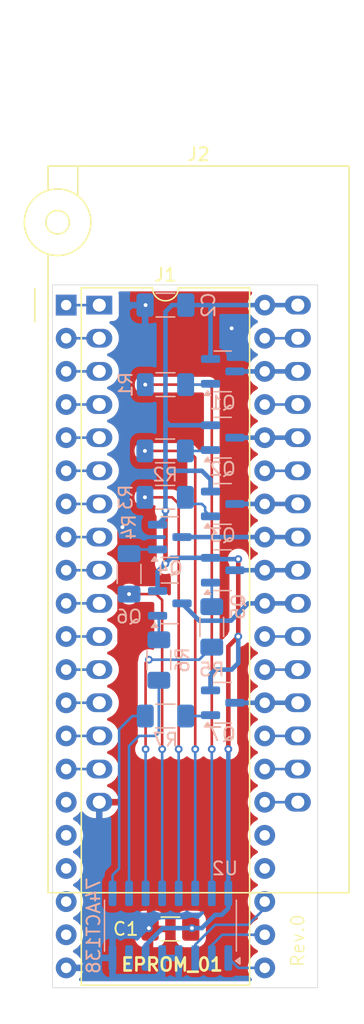
<source format=kicad_pcb>
(kicad_pcb (version 20240108) (generator "pcbnew") (generator_version "8.0")
  (layers (0 "F.Cu" signal) (31 "B.Cu" signal) (34 "B.Paste" user) (35 "F.Paste" user) (36 "B.SilkS" user "B.Silkscreen") (37 "F.SilkS" user "F.Silkscreen") (38 "B.Mask" user) (39 "F.Mask" user) (44 "Edge.Cuts" user))
  (net 0 "")
  (net 1 "GND")
  (net 2 "VCC")
  (net 3 "/ZIF_16")
  (net 4 "/ZIF_36")
  (net 5 "/ZIF_38")
  (net 6 "/ZIF_7")
  (net 7 "/ZIF_29")
  (net 8 "/ZIF_4")
  (net 9 "/ZIF_41")
  (net 10 "/ZIF_2")
  (net 11 "/ZIF_1")
  (net 12 "/ZIF_32")
  (net 13 "/ZIF_25")
  (net 14 "/ZIF_27")
  (net 15 "/ZIF_33")
  (net 16 "/ZIF_24")
  (net 17 "/ZIF_39")
  (net 18 "/ZIF_17")
  (net 19 "/ZIF_37")
  (net 20 "/ZIF_11")
  (net 21 "/ZIF_18")
  (net 22 "/ZIF_28")
  (net 23 "/ZIF_15")
  (net 24 "/ZIF_31")
  (net 25 "/ZIF_23")
  (net 26 "/ZIF_30")
  (net 27 "/ZIF_6")
  (net 28 "/ZIF_34")
  (net 29 "/ZIF_14")
  (net 30 "/ZIF_40")
  (net 31 "/ZIF_35")
  (net 32 "/ZIF_19")
  (net 33 "/ZIF_5")
  (net 34 "/ZIF_12")
  (net 35 "/ZIF_9")
  (net 36 "/ZIF_26")
  (net 37 "/ZIF_20")
  (net 38 "/ZIF_8")
  (net 39 "/ZIF_10")
  (net 40 "/ZIF_22")
  (net 41 "/ZIF_3")
  (net 42 "/ZIF_13")
  (net 43 "Net-(Q1-B)")
  (net 44 "Net-(Q2-B)")
  (net 45 "Net-(Q3-B)")
  (net 46 "Net-(Q4-B)")
  (net 47 "Net-(Q5-B)")
  (net 48 "Net-(Q6-B)")
  (net 49 "Net-(Q7-B)")
  (net 50 "/~{PWR_0}")
  (net 51 "/~{PWR_1}")
  (net 52 "/~{PWR_2}")
  (net 53 "/~{PWR_3}")
  (net 54 "/~{PWR_4}")
  (net 55 "/~{PWR_5}")
  (net 56 "/~{PWR_6}")
  (footprint "Package_DIP:DIP-42_W15.24mm" (layer "F.Cu") (at 147.32 49.022)
    (property "Reference" "J1" (at 7.62 -2.33 0) (layer "F.SilkS"))
    (property "Value" "dupico")
    (fp_line (start 1.16 -1.33) (end 1.16 52.13) (stroke (width 0.12)) (layer "F.SilkS"))
    (fp_line (start 1.16 52.13) (end 14.08 52.13) (stroke (width 0.12)) (layer "F.SilkS"))
    (fp_line (start 6.62 -1.33) (end 1.16 -1.33) (stroke (width 0.12)) (layer "F.SilkS"))
    (fp_line (start 14.08 -1.33) (end 8.62 -1.33) (stroke (width 0.12)) (layer "F.SilkS"))
    (fp_line (start 14.08 52.13) (end 14.08 -1.33) (stroke (width 0.12)) (layer "F.SilkS"))
    (fp_arc (start 8.62 -1.33) (mid 7.62 -0.33) (end 6.62 -1.33) (stroke (width 0.12)) (layer "F.SilkS"))
    (pad "1" thru_hole rect (at 0 0) (size 1.6 1.6) (drill 0.8) (layers "*.Cu" "*.Mask") (net 11 "/ZIF_1"))
    (pad "2" thru_hole oval (at 0 2.54) (size 1.6 1.6) (drill 0.8) (layers "*.Cu" "*.Mask") (net 10 "/ZIF_2"))
    (pad "3" thru_hole oval (at 0 5.08) (size 1.6 1.6) (drill 0.8) (layers "*.Cu" "*.Mask") (net 41 "/ZIF_3"))
    (pad "4" thru_hole oval (at 0 7.62) (size 1.6 1.6) (drill 0.8) (layers "*.Cu" "*.Mask") (net 8 "/ZIF_4"))
    (pad "5" thru_hole oval (at 0 10.16) (size 1.6 1.6) (drill 0.8) (layers "*.Cu" "*.Mask") (net 33 "/ZIF_5"))
    (pad "6" thru_hole oval (at 0 12.7) (size 1.6 1.6) (drill 0.8) (layers "*.Cu" "*.Mask") (net 27 "/ZIF_6"))
    (pad "7" thru_hole oval (at 0 15.24) (size 1.6 1.6) (drill 0.8) (layers "*.Cu" "*.Mask") (net 6 "/ZIF_7"))
    (pad "8" thru_hole oval (at 0 17.78) (size 1.6 1.6) (drill 0.8) (layers "*.Cu" "*.Mask") (net 38 "/ZIF_8"))
    (pad "9" thru_hole oval (at 0 20.32) (size 1.6 1.6) (drill 0.8) (layers "*.Cu" "*.Mask") (net 35 "/ZIF_9"))
    (pad "10" thru_hole oval (at 0 22.86) (size 1.6 1.6) (drill 0.8) (layers "*.Cu" "*.Mask") (net 39 "/ZIF_10"))
    (pad "11" thru_hole oval (at 0 25.4) (size 1.6 1.6) (drill 0.8) (layers "*.Cu" "*.Mask") (net 20 "/ZIF_11"))
    (pad "12" thru_hole oval (at 0 27.94) (size 1.6 1.6) (drill 0.8) (layers "*.Cu" "*.Mask") (net 34 "/ZIF_12"))
    (pad "13" thru_hole oval (at 0 30.48) (size 1.6 1.6) (drill 0.8) (layers "*.Cu" "*.Mask") (net 42 "/ZIF_13"))
    (pad "14" thru_hole oval (at 0 33.02) (size 1.6 1.6) (drill 0.8) (layers "*.Cu" "*.Mask") (net 29 "/ZIF_14"))
    (pad "15" thru_hole oval (at 0 35.56) (size 1.6 1.6) (drill 0.8) (layers "*.Cu" "*.Mask") (net 23 "/ZIF_15"))
    (pad "16" thru_hole oval (at 0 38.1) (size 1.6 1.6) (drill 0.8) (layers "*.Cu" "*.Mask") (net 3 "/ZIF_16"))
    (pad "17" thru_hole oval (at 0 40.64) (size 1.6 1.6) (drill 0.8) (layers "*.Cu" "*.Mask") (net 18 "/ZIF_17"))
    (pad "18" thru_hole oval (at 0 43.18) (size 1.6 1.6) (drill 0.8) (layers "*.Cu" "*.Mask") (net 21 "/ZIF_18"))
    (pad "19" thru_hole oval (at 0 45.72) (size 1.6 1.6) (drill 0.8) (layers "*.Cu" "*.Mask") (net 32 "/ZIF_19"))
    (pad "20" thru_hole oval (at 0 48.26) (size 1.6 1.6) (drill 0.8) (layers "*.Cu" "*.Mask") (net 37 "/ZIF_20"))
    (pad "21" thru_hole oval (at 0 50.8) (size 1.6 1.6) (drill 0.8) (layers "*.Cu" "*.Mask") (net 1 "GND"))
    (pad "22" thru_hole oval (at 15.24 50.8) (size 1.6 1.6) (drill 0.8) (layers "*.Cu" "*.Mask") (net 40 "/ZIF_22"))
    (pad "23" thru_hole oval (at 15.24 48.26) (size 1.6 1.6) (drill 0.8) (layers "*.Cu" "*.Mask") (net 25 "/ZIF_23"))
    (pad "24" thru_hole oval (at 15.24 45.72) (size 1.6 1.6) (drill 0.8) (layers "*.Cu" "*.Mask") (net 16 "/ZIF_24"))
    (pad "25" thru_hole oval (at 15.24 43.18) (size 1.6 1.6) (drill 0.8) (layers "*.Cu" "*.Mask") (net 13 "/ZIF_25"))
    (pad "26" thru_hole oval (at 15.24 40.64) (size 1.6 1.6) (drill 0.8) (layers "*.Cu" "*.Mask") (net 36 "/ZIF_26"))
    (pad "27" thru_hole oval (at 15.24 38.1) (size 1.6 1.6) (drill 0.8) (layers "*.Cu" "*.Mask") (net 14 "/ZIF_27"))
    (pad "28" thru_hole oval (at 15.24 35.56) (size 1.6 1.6) (drill 0.8) (layers "*.Cu" "*.Mask") (net 22 "/ZIF_28"))
    (pad "29" thru_hole oval (at 15.24 33.02) (size 1.6 1.6) (drill 0.8) (layers "*.Cu" "*.Mask") (net 7 "/ZIF_29"))
    (pad "30" thru_hole oval (at 15.24 30.48) (size 1.6 1.6) (drill 0.8) (layers "*.Cu" "*.Mask") (net 26 "/ZIF_30"))
    (pad "31" thru_hole oval (at 15.24 27.94) (size 1.6 1.6) (drill 0.8) (layers "*.Cu" "*.Mask") (net 24 "/ZIF_31"))
    (pad "32" thru_hole oval (at 15.24 25.4) (size 1.6 1.6) (drill 0.8) (layers "*.Cu" "*.Mask") (net 12 "/ZIF_32"))
    (pad "33" thru_hole oval (at 15.24 22.86) (size 1.6 1.6) (drill 0.8) (layers "*.Cu" "*.Mask") (net 15 "/ZIF_33"))
    (pad "34" thru_hole oval (at 15.24 20.32) (size 1.6 1.6) (drill 0.8) (layers "*.Cu" "*.Mask") (net 28 "/ZIF_34"))
    (pad "35" thru_hole oval (at 15.24 17.78) (size 1.6 1.6) (drill 0.8) (layers "*.Cu" "*.Mask") (net 31 "/ZIF_35"))
    (pad "36" thru_hole oval (at 15.24 15.24) (size 1.6 1.6) (drill 0.8) (layers "*.Cu" "*.Mask") (net 4 "/ZIF_36"))
    (pad "37" thru_hole oval (at 15.24 12.7) (size 1.6 1.6) (drill 0.8) (layers "*.Cu" "*.Mask") (net 19 "/ZIF_37"))
    (pad "38" thru_hole oval (at 15.24 10.16) (size 1.6 1.6) (drill 0.8) (layers "*.Cu" "*.Mask") (net 5 "/ZIF_38"))
    (pad "39" thru_hole oval (at 15.24 7.62) (size 1.6 1.6) (drill 0.8) (layers "*.Cu" "*.Mask") (net 17 "/ZIF_39"))
    (pad "40" thru_hole oval (at 15.24 5.08) (size 1.6 1.6) (drill 0.8) (layers "*.Cu" "*.Mask") (net 30 "/ZIF_40"))
    (pad "41" thru_hole oval (at 15.24 2.54) (size 1.6 1.6) (drill 0.8) (layers "*.Cu" "*.Mask") (net 9 "/ZIF_41"))
    (pad "42" thru_hole oval (at 15.24 0) (size 1.6 1.6) (drill 0.8) (layers "*.Cu" "*.Mask") (net 2 "VCC"))
  )
  (footprint "Socket:DIP_Socket-32_W11.9_W12.7_W15.24_W17.78_W18.5_3M_232-1285-00-0602J" (layer "F.Cu") (at 149.86 49.022)
    (property "Reference" "J2" (at 7.62 -11.56 0) (layer "F.SilkS"))
    (property "Value" "ROM Socket")
    (fp_line (start -4.95 1.27) (end -4.95 -1.27) (stroke (width 0.12)) (layer "F.SilkS"))
    (fp_line (start -3.93 -10.66) (end -3.93 -8.8) (stroke (width 0.12)) (layer "F.SilkS"))
    (fp_line (start -3.93 -3.9) (end -3.93 45.04) (stroke (width 0.12)) (layer "F.SilkS"))
    (fp_line (start -3.93 45.04) (end 19.17 45.04) (stroke (width 0.12)) (layer "F.SilkS"))
    (fp_line (start -1.65 -10.66) (end -1.65 -8.4) (stroke (width 0.12)) (layer "F.SilkS"))
    (fp_line (start 19.17 -10.66) (end -3.93 -10.66) (stroke (width 0.12)) (layer "F.SilkS"))
    (fp_line (start 19.17 45.04) (end 19.17 -10.66) (stroke (width 0.12)) (layer "F.SilkS"))
    (fp_circle (center -3.2 -6.35) (end -2.3 -6.35) (stroke (width 0.12)) (fill none) (layer "F.SilkS"))
    (fp_circle (center -3.2 -6.35) (end -0.65 -6.35) (stroke (width 0.12)) (fill none) (layer "F.SilkS"))
    (pad "1" thru_hole rect (at 0 0) (size 2 1.44) (drill 1) (layers "*.Cu" "*.Mask") (net 11 "/ZIF_1"))
    (pad "2" thru_hole oval (at 0 2.54) (size 2 1.44) (drill 1) (layers "*.Cu" "*.Mask") (net 10 "/ZIF_2"))
    (pad "3" thru_hole oval (at 0 5.08) (size 2 1.44) (drill 1) (layers "*.Cu" "*.Mask") (net 41 "/ZIF_3"))
    (pad "4" thru_hole oval (at 0 7.62) (size 2 1.44) (drill 1) (layers "*.Cu" "*.Mask") (net 8 "/ZIF_4"))
    (pad "5" thru_hole oval (at 0 10.16) (size 2 1.44) (drill 1) (layers "*.Cu" "*.Mask") (net 33 "/ZIF_5"))
    (pad "6" thru_hole oval (at 0 12.7) (size 2 1.44) (drill 1) (layers "*.Cu" "*.Mask") (net 27 "/ZIF_6"))
    (pad "7" thru_hole oval (at 0 15.24) (size 2 1.44) (drill 1) (layers "*.Cu" "*.Mask") (net 6 "/ZIF_7"))
    (pad "8" thru_hole oval (at 0 17.78) (size 2 1.44) (drill 1) (layers "*.Cu" "*.Mask") (net 38 "/ZIF_8"))
    (pad "9" thru_hole oval (at 0 20.32) (size 2 1.44) (drill 1) (layers "*.Cu" "*.Mask") (net 35 "/ZIF_9"))
    (pad "10" thru_hole oval (at 0 22.86) (size 2 1.44) (drill 1) (layers "*.Cu" "*.Mask") (net 39 "/ZIF_10"))
    (pad "11" thru_hole oval (at 0 25.4) (size 2 1.44) (drill 1) (layers "*.Cu" "*.Mask") (net 20 "/ZIF_11"))
    (pad "12" thru_hole oval (at 0 27.94) (size 2 1.44) (drill 1) (layers "*.Cu" "*.Mask") (net 34 "/ZIF_12"))
    (pad "13" thru_hole oval (at 0 30.48) (size 2 1.44) (drill 1) (layers "*.Cu" "*.Mask") (net 42 "/ZIF_13"))
    (pad "14" thru_hole oval (at 0 33.02) (size 2 1.44) (drill 1) (layers "*.Cu" "*.Mask") (net 29 "/ZIF_14"))
    (pad "15" thru_hole oval (at 0 35.56) (size 2 1.44) (drill 1) (layers "*.Cu" "*.Mask") (net 23 "/ZIF_15"))
    (pad "16" thru_hole oval (at 0 38.1) (size 2 1.44) (drill 1) (layers "*.Cu" "*.Mask") (net 1 "GND"))
    (pad "17" thru_hole oval (at 15.24 38.1) (size 2 1.44) (drill 1) (layers "*.Cu" "*.Mask") (net 14 "/ZIF_27"))
    (pad "18" thru_hole oval (at 15.24 35.56) (size 2 1.44) (drill 1) (layers "*.Cu" "*.Mask") (net 22 "/ZIF_28"))
    (pad "19" thru_hole oval (at 15.24 33.02) (size 2 1.44) (drill 1) (layers "*.Cu" "*.Mask") (net 7 "/ZIF_29"))
    (pad "20" thru_hole oval (at 15.24 30.48) (size 2 1.44) (drill 1) (layers "*.Cu" "*.Mask") (net 26 "/ZIF_30"))
    (pad "21" thru_hole oval (at 15.24 27.94) (size 2 1.44) (drill 1) (layers "*.Cu" "*.Mask") (net 24 "/ZIF_31"))
    (pad "22" thru_hole oval (at 15.24 25.4) (size 2 1.44) (drill 1) (layers "*.Cu" "*.Mask") (net 12 "/ZIF_32"))
    (pad "23" thru_hole oval (at 15.24 22.86) (size 2 1.44) (drill 1) (layers "*.Cu" "*.Mask") (net 15 "/ZIF_33"))
    (pad "24" thru_hole oval (at 15.24 20.32) (size 2 1.44) (drill 1) (layers "*.Cu" "*.Mask") (net 28 "/ZIF_34"))
    (pad "25" thru_hole oval (at 15.24 17.78) (size 2 1.44) (drill 1) (layers "*.Cu" "*.Mask") (net 31 "/ZIF_35"))
    (pad "26" thru_hole oval (at 15.24 15.24) (size 2 1.44) (drill 1) (layers "*.Cu" "*.Mask") (net 4 "/ZIF_36"))
    (pad "27" thru_hole oval (at 15.24 12.7) (size 2 1.44) (drill 1) (layers "*.Cu" "*.Mask") (net 19 "/ZIF_37"))
    (pad "28" thru_hole oval (at 15.24 10.16) (size 2 1.44) (drill 1) (layers "*.Cu" "*.Mask") (net 5 "/ZIF_38"))
    (pad "29" thru_hole oval (at 15.24 7.62) (size 2 1.44) (drill 1) (layers "*.Cu" "*.Mask") (net 17 "/ZIF_39"))
    (pad "30" thru_hole oval (at 15.24 5.08) (size 2 1.44) (drill 1) (layers "*.Cu" "*.Mask") (net 30 "/ZIF_40"))
    (pad "31" thru_hole oval (at 15.24 2.54) (size 2 1.44) (drill 1) (layers "*.Cu" "*.Mask") (net 9 "/ZIF_41"))
    (pad "32" thru_hole oval (at 15.24 0) (size 2 1.44) (drill 1) (layers "*.Cu" "*.Mask") (net 2 "VCC"))
  )
  (footprint "Capacitor_SMD:C_1206_3216Metric_Pad1.33x1.80mm_HandSolder" (layer "F.Cu") (at 155.321 96.839 180)
    (property "Reference" "C1" (at 3.429 0 180) (layer "F.SilkS"))
    (property "Value" "100nF")
    (fp_line (start -0.711252 0.91) (end 0.711252 0.91) (stroke (width 0.12)) (layer "F.SilkS"))
    (fp_line (start -0.711252 -0.91) (end 0.711252 -0.91) (stroke (width 0.12)) (layer "F.SilkS"))
    (pad "1" smd roundrect (at -1.5625 0 180) (size 1.325 1.8) (layers "F.Cu" "F.Paste" "F.Mask") (roundrect_rratio 0.188679) (net 2 "VCC"))
    (pad "2" smd roundrect (at 1.5625 0 180) (size 1.325 1.8) (layers "F.Cu" "F.Paste" "F.Mask") (roundrect_rratio 0.188679) (net 1 "GND"))
  )
  (footprint "Resistor_SMD:R_1206_3216Metric_Pad1.30x1.75mm_HandSolder" (layer "B.Cu") (at 154.432 76.226 90)
    (property "Reference" "R6" (at 0 1.82 90) (layer "B.SilkS") (effects (justify mirror)))
    (property "Value" "1k")
    (fp_line (start 0.727064 -0.91) (end -0.727064 -0.91) (stroke (width 0.12)) (layer "B.SilkS"))
    (fp_line (start 0.727064 0.91) (end -0.727064 0.91) (stroke (width 0.12)) (layer "B.SilkS"))
    (pad "1" smd roundrect (at -1.55 0 90) (size 1.3 1.75) (layers "B.Cu" "B.Paste" "B.Mask") (roundrect_rratio 0.192308) (net 55 "/~{PWR_5}"))
    (pad "2" smd roundrect (at 1.55 0 90) (size 1.3 1.75) (layers "B.Cu" "B.Paste" "B.Mask") (roundrect_rratio 0.192308) (net 48 "Net-(Q6-B)"))
  )
  (footprint "Resistor_SMD:R_1206_3216Metric_Pad1.30x1.75mm_HandSolder" (layer "B.Cu") (at 158.496 73.686 90)
    (property "Reference" "R5" (at -3.276 0 180) (layer "B.SilkS") (effects (justify mirror)))
    (property "Value" "1k")
    (fp_line (start 0.727064 -0.91) (end -0.727064 -0.91) (stroke (width 0.12)) (layer "B.SilkS"))
    (fp_line (start 0.727064 0.91) (end -0.727064 0.91) (stroke (width 0.12)) (layer "B.SilkS"))
    (pad "1" smd roundrect (at -1.55 0 90) (size 1.3 1.75) (layers "B.Cu" "B.Paste" "B.Mask") (roundrect_rratio 0.192308) (net 54 "/~{PWR_4}"))
    (pad "2" smd roundrect (at 1.55 0 90) (size 1.3 1.75) (layers "B.Cu" "B.Paste" "B.Mask") (roundrect_rratio 0.192308) (net 47 "Net-(Q5-B)"))
  )
  (footprint "Package_TO_SOT_SMD:SOT-23" (layer "B.Cu") (at 155.2725 71.882)
    (property "Reference" "Q6" (at -3.1265 1.016 360) (layer "B.SilkS") (effects (justify mirror)))
    (property "Value" "MMBT3906")
    (fp_line (start -0.65 -1.56) (end 0 -1.56) (stroke (width 0.12)) (layer "B.SilkS"))
    (fp_line (start -0.65 1.56) (end 0 1.56) (stroke (width 0.12)) (layer "B.SilkS"))
    (fp_line (start 0.65 -1.56) (end 0 -1.56) (stroke (width 0.12)) (layer "B.SilkS"))
    (fp_line (start 0.65 1.56) (end 0 1.56) (stroke (width 0.12)) (layer "B.SilkS"))
    (fp_poly (pts (xy -1.1625 1.51) (xy -1.4025 1.84) (xy -0.9225 1.84) (xy -1.1625 1.51)) (stroke (width 0.12)) (fill solid) (layer "B.SilkS"))
    (pad "1" smd roundrect (at -0.9375 0.95) (size 1.475 0.6) (layers "B.Cu" "B.Paste" "B.Mask") (net 48 "Net-(Q6-B)"))
    (pad "2" smd roundrect (at -0.9375 -0.95) (size 1.475 0.6) (layers "B.Cu" "B.Paste" "B.Mask") (net 2 "VCC"))
    (pad "3" smd roundrect (at 0.9375 0) (size 1.475 0.6) (layers "B.Cu" "B.Paste" "B.Mask") (net 15 "/ZIF_33"))
  )
  (footprint "Resistor_SMD:R_1206_3216Metric_Pad1.30x1.75mm_HandSolder" (layer "B.Cu") (at 154.94 55.118)
    (property "Reference" "R1" (at -3.048 0 90) (layer "B.SilkS") (effects (justify mirror)))
    (property "Value" "1k" (hide yes))
    (fp_line (start 0.727064 -0.91) (end -0.727064 -0.91) (stroke (width 0.12)) (layer "B.SilkS"))
    (fp_line (start 0.727064 0.91) (end -0.727064 0.91) (stroke (width 0.12)) (layer "B.SilkS"))
    (pad "1" smd roundrect (at -1.55 0) (size 1.3 1.75) (layers "B.Cu" "B.Paste" "B.Mask") (roundrect_rratio 0.192308) (net 50 "/~{PWR_0}"))
    (pad "2" smd roundrect (at 1.55 0) (size 1.3 1.75) (layers "B.Cu" "B.Paste" "B.Mask") (roundrect_rratio 0.192308) (net 43 "Net-(Q1-B)"))
  )
  (footprint "Package_TO_SOT_SMD:SOT-23" (layer "B.Cu") (at 159.3365 54.102)
    (property "Reference" "Q1" (at 0 2.4 360) (layer "B.SilkS") (effects (justify mirror)))
    (property "Value" "MMBT3906")
    (fp_line (start -0.65 -1.56) (end 0 -1.56) (stroke (width 0.12)) (layer "B.SilkS"))
    (fp_line (start -0.65 1.56) (end 0 1.56) (stroke (width 0.12)) (layer "B.SilkS"))
    (fp_line (start 0.65 -1.56) (end 0 -1.56) (stroke (width 0.12)) (layer "B.SilkS"))
    (fp_line (start 0.65 1.56) (end 0 1.56) (stroke (width 0.12)) (layer "B.SilkS"))
    (fp_poly (pts (xy -1.1625 1.51) (xy -1.4025 1.84) (xy -0.9225 1.84) (xy -1.1625 1.51)) (stroke (width 0.12)) (fill solid) (layer "B.SilkS"))
    (pad "1" smd roundrect (at -0.9375 0.95) (size 1.475 0.6) (layers "B.Cu" "B.Paste" "B.Mask") (net 43 "Net-(Q1-B)"))
    (pad "2" smd roundrect (at -0.9375 -0.95) (size 1.475 0.6) (layers "B.Cu" "B.Paste" "B.Mask") (net 2 "VCC"))
    (pad "3" smd roundrect (at 0.9375 0) (size 1.475 0.6) (layers "B.Cu" "B.Paste" "B.Mask") (net 30 "/ZIF_40"))
  )
  (footprint "Resistor_SMD:R_1206_3216Metric_Pad1.30x1.75mm_HandSolder" (layer "B.Cu") (at 152.146 69.622 90)
    (property "Reference" "R4" (at 3.582 0 90) (layer "B.SilkS") (effects (justify mirror)))
    (property "Value" "1k")
    (fp_line (start 0.727064 -0.91) (end -0.727064 -0.91) (stroke (width 0.12)) (layer "B.SilkS"))
    (fp_line (start 0.727064 0.91) (end -0.727064 0.91) (stroke (width 0.12)) (layer "B.SilkS"))
    (pad "1" smd roundrect (at -1.55 0 90) (size 1.3 1.75) (layers "B.Cu" "B.Paste" "B.Mask") (roundrect_rratio 0.192308) (net 53 "/~{PWR_3}"))
    (pad "2" smd roundrect (at 1.55 0 90) (size 1.3 1.75) (layers "B.Cu" "B.Paste" "B.Mask") (roundrect_rratio 0.192308) (net 46 "Net-(Q4-B)"))
  )
  (footprint "Package_SO:SOIC-16_3.9x9.9mm_P1.27mm" (layer "B.Cu") (at 155.321 96.585 90)
    (property "Reference" "U2" (at 4.383 4.191 180) (layer "B.SilkS") (effects (justify mirror)))
    (property "Value" "74ACT138" (at 0 -5.9 90) (layer "B.SilkS") (effects (justify mirror)))
    (fp_line (start 1.95 -5.06) (end 0 -5.06) (stroke (width 0.12)) (layer "B.SilkS"))
    (fp_line (start -1.95 -5.06) (end 0 -5.06) (stroke (width 0.12)) (layer "B.SilkS"))
    (fp_line (start 1.95 5.06) (end 0 5.06) (stroke (width 0.12)) (layer "B.SilkS"))
    (fp_line (start -1.95 5.06) (end 0 5.06) (stroke (width 0.12)) (layer "B.SilkS"))
    (fp_poly (pts (xy -2.7 5.005) (xy -2.94 5.335) (xy -2.46 5.335) (xy -2.7 5.005)) (stroke (width 0.12)) (fill solid) (layer "B.SilkS"))
    (pad "1" smd roundrect (at -2.475 4.445 90) (size 1.95 0.6) (layers "B.Cu" "B.Paste" "B.Mask") (net 40 "/ZIF_22"))
    (pad "2" smd roundrect (at -2.475 3.175 90) (size 1.95 0.6) (layers "B.Cu" "B.Paste" "B.Mask") (net 25 "/ZIF_23"))
    (pad "3" smd roundrect (at -2.475 1.905 90) (size 1.95 0.6) (layers "B.Cu" "B.Paste" "B.Mask") (net 16 "/ZIF_24"))
    (pad "4" smd roundrect (at -2.475 0.635 90) (size 1.95 0.6) (layers "B.Cu" "B.Paste" "B.Mask") (net 1 "GND"))
    (pad "5" smd roundrect (at -2.475 -0.635 90) (size 1.95 0.6) (layers "B.Cu" "B.Paste" "B.Mask") (net 1 "GND"))
    (pad "6" smd roundrect (at -2.475 -1.905 90) (size 1.95 0.6) (layers "B.Cu" "B.Paste" "B.Mask") (net 2 "VCC"))
    (pad "7" smd roundrect (at -2.475 -3.175 90) (size 1.95 0.6) (layers "B.Cu" "B.Paste" "B.Mask"))
    (pad "8" smd roundrect (at -2.475 -4.445 90) (size 1.95 0.6) (layers "B.Cu" "B.Paste" "B.Mask") (net 1 "GND"))
    (pad "9" smd roundrect (at 2.475 -4.445 90) (size 1.95 0.6) (layers "B.Cu" "B.Paste" "B.Mask") (net 56 "/~{PWR_6}"))
    (pad "10" smd roundrect (at 2.475 -3.175 90) (size 1.95 0.6) (layers "B.Cu" "B.Paste" "B.Mask") (net 55 "/~{PWR_5}"))
    (pad "11" smd roundrect (at 2.475 -1.905 90) (size 1.95 0.6) (layers "B.Cu" "B.Paste" "B.Mask") (net 54 "/~{PWR_4}"))
    (pad "12" smd roundrect (at 2.475 -0.635 90) (size 1.95 0.6) (layers "B.Cu" "B.Paste" "B.Mask") (net 53 "/~{PWR_3}"))
    (pad "13" smd roundrect (at 2.475 0.635 90) (size 1.95 0.6) (layers "B.Cu" "B.Paste" "B.Mask") (net 52 "/~{PWR_2}"))
    (pad "14" smd roundrect (at 2.475 1.905 90) (size 1.95 0.6) (layers "B.Cu" "B.Paste" "B.Mask") (net 51 "/~{PWR_1}"))
    (pad "15" smd roundrect (at 2.475 3.175 90) (size 1.95 0.6) (layers "B.Cu" "B.Paste" "B.Mask") (net 50 "/~{PWR_0}"))
    (pad "16" smd roundrect (at 2.475 4.445 90) (size 1.95 0.6) (layers "B.Cu" "B.Paste" "B.Mask") (net 2 "VCC"))
  )
  (footprint "Package_TO_SOT_SMD:SOT-23" (layer "B.Cu") (at 159.3365 79.502)
    (property "Reference" "Q7" (at 0 2.4 360) (layer "B.SilkS") (effects (justify mirror)))
    (property "Value" "MMBT3906")
    (fp_line (start -0.65 -1.56) (end 0 -1.56) (stroke (width 0.12)) (layer "B.SilkS"))
    (fp_line (start -0.65 1.56) (end 0 1.56) (stroke (width 0.12)) (layer "B.SilkS"))
    (fp_line (start 0.65 -1.56) (end 0 -1.56) (stroke (width 0.12)) (layer "B.SilkS"))
    (fp_line (start 0.65 1.56) (end 0 1.56) (stroke (width 0.12)) (layer "B.SilkS"))
    (fp_poly (pts (xy -1.1625 1.51) (xy -1.4025 1.84) (xy -0.9225 1.84) (xy -1.1625 1.51)) (stroke (width 0.12)) (fill solid) (layer "B.SilkS"))
    (pad "1" smd roundrect (at -0.9375 0.95) (size 1.475 0.6) (layers "B.Cu" "B.Paste" "B.Mask") (net 49 "Net-(Q7-B)"))
    (pad "2" smd roundrect (at -0.9375 -0.95) (size 1.475 0.6) (layers "B.Cu" "B.Paste" "B.Mask") (net 2 "VCC"))
    (pad "3" smd roundrect (at 0.9375 0) (size 1.475 0.6) (layers "B.Cu" "B.Paste" "B.Mask") (net 26 "/ZIF_30"))
  )
  (footprint "Package_TO_SOT_SMD:SOT-23" (layer "B.Cu") (at 159.3365 69.342)
    (property "Reference" "Q5" (at 1.1915 2.794 90) (layer "B.SilkS") (effects (justify mirror)))
    (property "Value" "MMBT3906")
    (fp_line (start -0.65 -1.56) (end 0 -1.56) (stroke (width 0.12)) (layer "B.SilkS"))
    (fp_line (start -0.65 1.56) (end 0 1.56) (stroke (width 0.12)) (layer "B.SilkS"))
    (fp_line (start 0.65 -1.56) (end 0 -1.56) (stroke (width 0.12)) (layer "B.SilkS"))
    (fp_line (start 0.65 1.56) (end 0 1.56) (stroke (width 0.12)) (layer "B.SilkS"))
    (fp_poly (pts (xy -1.1625 1.51) (xy -1.4025 1.84) (xy -0.9225 1.84) (xy -1.1625 1.51)) (stroke (width 0.12)) (fill solid) (layer "B.SilkS"))
    (pad "1" smd roundrect (at -0.9375 0.95) (size 1.475 0.6) (layers "B.Cu" "B.Paste" "B.Mask") (net 47 "Net-(Q5-B)"))
    (pad "2" smd roundrect (at -0.9375 -0.95) (size 1.475 0.6) (layers "B.Cu" "B.Paste" "B.Mask") (net 2 "VCC"))
    (pad "3" smd roundrect (at 0.9375 0) (size 1.475 0.6) (layers "B.Cu" "B.Paste" "B.Mask") (net 28 "/ZIF_34"))
  )
  (footprint "Resistor_SMD:R_1206_3216Metric_Pad1.30x1.75mm_HandSolder" (layer "B.Cu") (at 154.94 80.518)
    (property "Reference" "R7" (at 0 1.82 360) (layer "B.SilkS") (effects (justify mirror)))
    (property "Value" "1k")
    (fp_line (start 0.727064 -0.91) (end -0.727064 -0.91) (stroke (width 0.12)) (layer "B.SilkS"))
    (fp_line (start 0.727064 0.91) (end -0.727064 0.91) (stroke (width 0.12)) (layer "B.SilkS"))
    (pad "1" smd roundrect (at -1.55 0) (size 1.3 1.75) (layers "B.Cu" "B.Paste" "B.Mask") (roundrect_rratio 0.192308) (net 56 "/~{PWR_6}"))
    (pad "2" smd roundrect (at 1.55 0) (size 1.3 1.75) (layers "B.Cu" "B.Paste" "B.Mask") (roundrect_rratio 0.192308) (net 49 "Net-(Q7-B)"))
  )
  (footprint "Capacitor_SMD:C_1206_3216Metric_Pad1.33x1.80mm_HandSolder" (layer "B.Cu") (at 154.94 49.022 180)
    (property "Reference" "C2" (at -3.302 0 90) (layer "B.SilkS") (effects (justify mirror)))
    (property "Value" "100nF")
    (fp_line (start 0.711252 0.91) (end -0.711252 0.91) (stroke (width 0.12)) (layer "B.SilkS"))
    (fp_line (start 0.711252 -0.91) (end -0.711252 -0.91) (stroke (width 0.12)) (layer "B.SilkS"))
    (pad "1" smd roundrect (at -1.5625 0 180) (size 1.325 1.8) (layers "B.Cu" "B.Paste" "B.Mask") (roundrect_rratio 0.188679) (net 2 "VCC"))
    (pad "2" smd roundrect (at 1.5625 0 180) (size 1.325 1.8) (layers "B.Cu" "B.Paste" "B.Mask") (roundrect_rratio 0.188679) (net 1 "GND"))
  )
  (footprint "Resistor_SMD:R_1206_3216Metric_Pad1.30x1.75mm_HandSolder" (layer "B.Cu") (at 154.914 63.754)
    (property "Reference" "R3" (at -3.022 0 90) (layer "B.SilkS") (effects (justify mirror)))
    (property "Value" "1k")
    (fp_line (start 0.727064 -0.91) (end -0.727064 -0.91) (stroke (width 0.12)) (layer "B.SilkS"))
    (fp_line (start 0.727064 0.91) (end -0.727064 0.91) (stroke (width 0.12)) (layer "B.SilkS"))
    (pad "1" smd roundrect (at -1.55 0) (size 1.3 1.75) (layers "B.Cu" "B.Paste" "B.Mask") (roundrect_rratio 0.192308) (net 52 "/~{PWR_2}"))
    (pad "2" smd roundrect (at 1.55 0) (size 1.3 1.75) (layers "B.Cu" "B.Paste" "B.Mask") (roundrect_rratio 0.192308) (net 45 "Net-(Q3-B)"))
  )
  (footprint "Resistor_SMD:R_1206_3216Metric_Pad1.30x1.75mm_HandSolder" (layer "B.Cu") (at 154.914 60.198)
    (property "Reference" "R2" (at 0 1.82 360) (layer "B.SilkS") (effects (justify mirror)))
    (property "Value" "1k")
    (fp_line (start 0.727064 -0.91) (end -0.727064 -0.91) (stroke (width 0.12)) (layer "B.SilkS"))
    (fp_line (start 0.727064 0.91) (end -0.727064 0.91) (stroke (width 0.12)) (layer "B.SilkS"))
    (pad "1" smd roundrect (at -1.55 0) (size 1.3 1.75) (layers "B.Cu" "B.Paste" "B.Mask") (roundrect_rratio 0.192308) (net 51 "/~{PWR_1}"))
    (pad "2" smd roundrect (at 1.55 0) (size 1.3 1.75) (layers "B.Cu" "B.Paste" "B.Mask") (roundrect_rratio 0.192308) (net 44 "Net-(Q2-B)"))
  )
  (footprint "Package_TO_SOT_SMD:SOT-23" (layer "B.Cu") (at 155.2725 66.802)
    (property "Reference" "Q4" (at 0 2.4 360) (layer "B.SilkS") (effects (justify mirror)))
    (property "Value" "MMBT3906")
    (fp_line (start -0.65 -1.56) (end 0 -1.56) (stroke (width 0.12)) (layer "B.SilkS"))
    (fp_line (start -0.65 1.56) (end 0 1.56) (stroke (width 0.12)) (layer "B.SilkS"))
    (fp_line (start 0.65 -1.56) (end 0 -1.56) (stroke (width 0.12)) (layer "B.SilkS"))
    (fp_line (start 0.65 1.56) (end 0 1.56) (stroke (width 0.12)) (layer "B.SilkS"))
    (fp_poly (pts (xy -1.1625 1.51) (xy -1.4025 1.84) (xy -0.9225 1.84) (xy -1.1625 1.51)) (stroke (width 0.12)) (fill solid) (layer "B.SilkS"))
    (pad "1" smd roundrect (at -0.9375 0.95) (size 1.475 0.6) (layers "B.Cu" "B.Paste" "B.Mask") (net 46 "Net-(Q4-B)"))
    (pad "2" smd roundrect (at -0.9375 -0.95) (size 1.475 0.6) (layers "B.Cu" "B.Paste" "B.Mask") (net 2 "VCC"))
    (pad "3" smd roundrect (at 0.9375 0) (size 1.475 0.6) (layers "B.Cu" "B.Paste" "B.Mask") (net 31 "/ZIF_35"))
  )
  (footprint "Package_TO_SOT_SMD:SOT-23" (layer "B.Cu") (at 159.3365 59.182)
    (property "Reference" "Q2" (at 0 2.4 360) (layer "B.SilkS") (effects (justify mirror)))
    (property "Value" "MMBT3906")
    (fp_line (start -0.65 -1.56) (end 0 -1.56) (stroke (width 0.12)) (layer "B.SilkS"))
    (fp_line (start -0.65 1.56) (end 0 1.56) (stroke (width 0.12)) (layer "B.SilkS"))
    (fp_line (start 0.65 -1.56) (end 0 -1.56) (stroke (width 0.12)) (layer "B.SilkS"))
    (fp_line (start 0.65 1.56) (end 0 1.56) (stroke (width 0.12)) (layer "B.SilkS"))
    (fp_poly (pts (xy -1.1625 1.51) (xy -1.4025 1.84) (xy -0.9225 1.84) (xy -1.1625 1.51)) (stroke (width 0.12)) (fill solid) (layer "B.SilkS"))
    (pad "1" smd roundrect (at -0.9375 0.95) (size 1.475 0.6) (layers "B.Cu" "B.Paste" "B.Mask") (net 44 "Net-(Q2-B)"))
    (pad "2" smd roundrect (at -0.9375 -0.95) (size 1.475 0.6) (layers "B.Cu" "B.Paste" "B.Mask") (net 2 "VCC"))
    (pad "3" smd roundrect (at 0.9375 0) (size 1.475 0.6) (layers "B.Cu" "B.Paste" "B.Mask") (net 5 "/ZIF_38"))
  )
  (footprint "Package_TO_SOT_SMD:SOT-23" (layer "B.Cu") (at 159.3365 64.262)
    (property "Reference" "Q3" (at 0 2.4 360) (layer "B.SilkS") (effects (justify mirror)))
    (property "Value" "MMBT3906")
    (fp_line (start -0.65 -1.56) (end 0 -1.56) (stroke (width 0.12)) (layer "B.SilkS"))
    (fp_line (start -0.65 1.56) (end 0 1.56) (stroke (width 0.12)) (layer "B.SilkS"))
    (fp_line (start 0.65 -1.56) (end 0 -1.56) (stroke (width 0.12)) (layer "B.SilkS"))
    (fp_line (start 0.65 1.56) (end 0 1.56) (stroke (width 0.12)) (layer "B.SilkS"))
    (fp_poly (pts (xy -1.1625 1.51) (xy -1.4025 1.84) (xy -0.9225 1.84) (xy -1.1625 1.51)) (stroke (width 0.12)) (fill solid) (layer "B.SilkS"))
    (pad "1" smd roundrect (at -0.9375 0.95) (size 1.475 0.6) (layers "B.Cu" "B.Paste" "B.Mask") (net 45 "Net-(Q3-B)"))
    (pad "2" smd roundrect (at -0.9375 -0.95) (size 1.475 0.6) (layers "B.Cu" "B.Paste" "B.Mask") (net 2 "VCC"))
    (pad "3" smd roundrect (at 0.9375 0) (size 1.475 0.6) (layers "B.Cu" "B.Paste" "B.Mask") (net 4 "/ZIF_36"))
  )
  (gr_line (start 146.27 47.472) (end 146.27 101.346) (stroke (width 0.05)) (layer "Edge.Cuts"))
  (gr_line (start 166.624 101.346) (end 146.27 101.346) (stroke (width 0.05)) (layer "Edge.Cuts"))
  (gr_line (start 166.624 101.346) (end 166.624 47.472) (stroke (width 0.05)) (layer "Edge.Cuts"))
  (gr_line (start 146.27 47.472) (end 166.624 47.472) (stroke (width 0.05)) (layer "Edge.Cuts"))
  (gr_text "EPROM_01" (at 155.448 99.568 0) (layer "F.SilkS") (effects (font (size 1 1) (thickness 0.2) (bold yes))))
  (gr_text "Rev.0" (at 165.1 99.822 90) (layer "F.SilkS") (effects (font (size 1 1) (thickness 0.1)) (justify left)))
  (segment (start 159.766 49.276) (end 159.766 50.546) (width 0.35) (layer "F.Cu") (net 1))
  (segment (start 159.766 50.546) (end 160.02 50.8) (width 0.35) (layer "F.Cu") (net 1))
  (segment (start 151.892 86.868) (end 151.638 87.122) (width 0.35) (layer "F.Cu") (net 1))
  (segment (start 151.421 66.257) (end 151.421 75.475) (width 0.35) (layer "F.Cu") (net 1))
  (segment (start 159.512 49.022) (end 159.766 49.276) (width 0.35) (layer "F.Cu") (net 1))
  (segment (start 151.892 75.946) (end 151.892 86.868) (width 0.35) (layer "F.Cu") (net 1))
  (segment (start 151.421 75.475) (end 151.892 75.946) (width 0.35) (layer "F.Cu") (net 1))
  (segment (start 153.416 49.022) (end 159.512 49.022) (width 0.35) (layer "F.Cu") (net 1))
  (segment (start 151.638 66.04) (end 151.421 66.257) (width 0.35) (layer "F.Cu") (net 1))
  (segment (start 151.638 87.122) (end 149.86 87.122) (width 0.35) (layer "F.Cu") (net 1))
  (via (at 151.638 66.04) (size 0.6) (drill 0.3) (layers "F.Cu" "B.Cu") (net 1))
  (via (at 153.416 49.022) (size 0.6) (drill 0.3) (layers "F.Cu" "B.Cu") (net 1))
  (via (at 153.67 96.774) (size 0.6) (drill 0.3) (layers "F.Cu" "B.Cu") (net 1))
  (via (at 160.02 50.8) (size 0.6) (drill 0.3) (layers "F.Cu" "B.Cu") (net 1))
  (segment (start 151.638 50.292) (end 151.638 66.04) (width 0.35) (layer "B.Cu") (net 1))
  (segment (start 150.876 100.33) (end 151.006 100.46) (width 0.35) (layer "B.Cu") (net 1))
  (segment (start 149.352 99.822) (end 149.86 99.314) (width 0.35) (layer "B.Cu") (net 1))
  (segment (start 150.876 99.06) (end 150.876 97.282) (width 0.35) (layer "B.Cu") (net 1))
  (segment (start 151.384 96.774) (end 153.67 96.774) (width 0.35) (layer "B.Cu") (net 1))
  (segment (start 147.32 99.822) (end 149.352 99.822) (width 0.35) (layer "B.Cu") (net 1))
  (segment (start 149.86 87.122) (end 149.86 98.298) (width 0.35) (layer "B.Cu") (net 1))
  (segment (start 154.686 100.034999) (end 154.686 99.06) (width 0.35) (layer "B.Cu") (net 1))
  (segment (start 150.876 97.282) (end 151.384 96.774) (width 0.35) (layer "B.Cu") (net 1))
  (segment (start 151.892 49.53) (end 151.892 50.038) (width 0.35) (layer "B.Cu") (net 1))
  (segment (start 149.86 98.806) (end 150.114 99.06) (width 0.35) (layer "B.Cu") (net 1))
  (segment (start 149.86 98.298) (end 149.86 98.806) (width 0.35) (layer "B.Cu") (net 1))
  (segment (start 155.956 99.06) (end 154.686 99.06) (width 0.35) (layer "B.Cu") (net 1))
  (segment (start 149.86 99.314) (end 149.86 98.298) (width 0.35) (layer "B.Cu") (net 1))
  (segment (start 150.876 99.06) (end 150.876 100.33) (width 0.35) (layer "B.Cu") (net 1))
  (segment (start 153.3775 49.022) (end 152.4 49.022) (width 0.35) (layer "B.Cu") (net 1))
  (segment (start 151.006 100.46) (end 154.260999 100.46) (width 0.35) (layer "B.Cu") (net 1))
  (segment (start 152.4 49.022) (end 151.892 49.53) (width 0.35) (layer "B.Cu") (net 1))
  (segment (start 154.260999 100.46) (end 154.686 100.034999) (width 0.35) (layer "B.Cu") (net 1))
  (segment (start 151.892 50.038) (end 151.638 50.292) (width 0.35) (layer "B.Cu") (net 1))
  (segment (start 150.114 99.06) (end 150.876 99.06) (width 0.35) (layer "B.Cu") (net 1))
  (segment (start 160.528 74.422) (end 160.528 68.492) (width 0.35) (layer "F.Cu") (net 2))
  (segment (start 159.766 83.058) (end 159.766 75.184) (width 0.35) (layer "F.Cu") (net 2))
  (segment (start 154.94 68.834) (end 154.94 64.77) (width 0.35) (layer "F.Cu") (net 2))
  (segment (start 159.766 75.184) (end 160.528 74.422) (width 0.35) (layer "F.Cu") (net 2))
  (via (at 160.528 68.492) (size 0.6) (drill 0.3) (layers "F.Cu" "B.Cu") (net 2))
  (via (at 154.94 64.77) (size 0.6) (drill 0.3) (layers "F.Cu" "B.Cu") (net 2))
  (via (at 159.766 83.058) (size 0.6) (drill 0.3) (layers "F.Cu" "B.Cu") (net 2))
  (via (at 156.972 96.774) (size 0.6) (drill 0.3) (layers "F.Cu" "B.Cu") (net 2))
  (via (at 154.94 68.834) (size 0.6) (drill 0.3) (layers "F.Cu" "B.Cu") (net 2))
  (via (at 160.528 74.422) (size 0.6) (drill 0.3) (layers "F.Cu" "B.Cu") (net 2))
  (segment (start 153.416 98.085001) (end 154.727001 96.774) (width 0.35) (layer "B.Cu") (net 2))
  (segment (start 154.94 64.77) (end 154.94 65.247) (width 0.35) (layer "B.Cu") (net 2))
  (segment (start 154.94 55.554522) (end 154.94 57.912) (width 0.35) (layer "B.Cu") (net 2))
  (segment (start 155.448 49.022) (end 156.5025 49.022) (width 0.35) (layer "B.Cu") (net 2))
  (segment (start 158.399 78.552) (end 158.399 77.313) (width 0.35) (layer "B.Cu") (net 2))
  (segment (start 159.258 95.758) (end 158.75 95.758) (width 0.35) (layer "B.Cu") (net 2))
  (segment (start 158.499 68.492) (end 158.399 68.392) (width 0.35) (layer "B.Cu") (net 2))
  (segment (start 153.416 99.06) (end 153.416 98.085001) (width 0.35) (layer "B.Cu") (net 2))
  (segment (start 158.399 49.119) (end 158.496 49.022) (width 0.35) (layer "B.Cu") (net 2))
  (segment (start 160.528 76.454) (end 160.528 74.422) (width 0.35) (layer "B.Cu") (net 2))
  (segment (start 154.94 61.722) (end 157.734 61.722) (width 0.35) (layer "B.Cu") (net 2))
  (segment (start 159.766 94.11) (end 159.766 95.25) (width 0.35) (layer "B.Cu") (net 2))
  (segment (start 157.734 96.774) (end 156.972 96.774) (width 0.35) (layer "B.Cu") (net 2))
  (segment (start 154.335 70.932) (end 154.335 69.439) (width 0.35) (layer "B.Cu") (net 2))
  (segment (start 158.399 62.387) (end 158.399 63.312) (width 0.35) (layer "B.Cu") (net 2))
  (segment (start 154.94 57.912) (end 154.94 61.722) (width 0.35) (layer "B.Cu") (net 2))
  (segment (start 158.399 77.313) (end 158.75 76.962) (width 0.35) (layer "B.Cu") (net 2))
  (segment (start 154.94 61.722) (end 154.94 64.77) (width 0.35) (layer "B.Cu") (net 2))
  (segment (start 154.94 55.554522) (end 154.94 49.53) (width 0.35) (layer "B.Cu") (net 2))
  (segment (start 155.382 68.392) (end 158.399 68.392) (width 0.35) (layer "B.Cu") (net 2))
  (segment (start 158.496 49.022) (end 156.5025 49.022) (width 0.35) (layer "B.Cu") (net 2))
  (segment (start 155.26 58.232) (end 154.94 57.912) (width 0.35) (layer "B.Cu") (net 2))
  (segment (start 154.727001 96.774) (end 156.972 96.774) (width 0.35) (layer "B.Cu") (net 2))
  (segment (start 158.399 58.232) (end 155.26 58.232) (width 0.35) (layer "B.Cu") (net 2))
  (segment (start 165.1 49.022) (end 158.496 49.022) (width 0.35) (layer "B.Cu") (net 2))
  (segment (start 154.94 65.247) (end 154.335 65.852) (width 0.35) (layer "B.Cu") (net 2))
  (segment (start 154.94 49.53) (end 155.448 49.022) (width 0.35) (layer "B.Cu") (net 2))
  (segment (start 158.399 58.232) (end 157.617478 58.232) (width 0.35) (layer "B.Cu") (net 2))
  (segment (start 159.766 94.11) (end 159.766 83.058) (width 0.35) (layer "B.Cu") (net 2))
  (segment (start 158.75 76.962) (end 160.02 76.962) (width 0.35) (layer "B.Cu") (net 2))
  (segment (start 158.399 53.152) (end 158.399 49.119) (width 0.35) (layer "B.Cu") (net 2))
  (segment (start 159.766 95.25) (end 159.258 95.758) (width 0.35) (layer "B.Cu") (net 2))
  (segment (start 160.02 76.962) (end 160.528 76.454) (width 0.35) (layer "B.Cu") (net 2))
  (segment (start 154.335 69.439) (end 154.94 68.834) (width 0.35) (layer "B.Cu") (net 2))
  (segment (start 154.94 68.834) (end 155.382 68.392) (width 0.35) (layer "B.Cu") (net 2))
  (segment (start 160.528 68.492) (end 158.499 68.492) (width 0.35) (layer "B.Cu") (net 2))
  (segment (start 158.75 95.758) (end 157.734 96.774) (width 0.35) (layer "B.Cu") (net 2))
  (segment (start 157.734 61.722) (end 158.399 62.387) (width 0.35) (layer "B.Cu") (net 2))
  (segment (start 160.274 64.262) (end 165.1 64.262) (width 0.35) (layer "B.Cu") (net 4))
  (segment (start 160.274 59.182) (end 165.1 59.182) (width 0.35) (layer "B.Cu") (net 5))
  (segment (start 149.86 64.262) (end 147.32 64.262) (width 0.2) (layer "B.Cu") (net 6))
  (segment (start 162.56 82.042) (end 165.1 82.042) (width 0.2) (layer "B.Cu") (net 7))
  (segment (start 149.86 56.642) (end 147.32 56.642) (width 0.2) (layer "B.Cu") (net 8))
  (segment (start 162.56 51.562) (end 165.1 51.562) (width 0.2) (layer "B.Cu") (net 9))
  (segment (start 149.86 51.562) (end 147.32 51.562) (width 0.2) (layer "B.Cu") (net 10))
  (segment (start 149.86 49.022) (end 147.32 49.022) (width 0.2) (layer "B.Cu") (net 11))
  (segment (start 162.56 74.422) (end 165.1 74.422) (width 0.2) (layer "B.Cu") (net 12))
  (segment (start 162.56 87.122) (end 165.1 87.122) (width 0.2) (layer "B.Cu") (net 14))
  (segment (start 161.29 71.882) (end 165.1 71.882) (width 0.35) (layer "B.Cu") (net 15))
  (segment (start 157.539 73.211) (end 159.961 73.211) (width 0.35) (layer "B.Cu") (net 15))
  (segment (start 156.21 71.882) (end 157.539 73.211) (width 0.35) (layer "B.Cu") (net 15))
  (segment (start 159.961 73.211) (end 161.29 71.882) (width 0.35) (layer "B.Cu") (net 15))
  (segment (start 161.29 96.52) (end 162.56 95.25) (width 0.2) (layer "B.Cu") (net 16))
  (segment (start 157.226 98.044) (end 158.75 96.52) (width 0.2) (layer "B.Cu") (net 16))
  (segment (start 157.226 99.314) (end 157.226 98.298) (width 0.2) (layer "B.Cu") (net 16))
  (segment (start 162.56 95.25) (end 162.56 94.742) (width 0.2) (layer "B.Cu") (net 16))
  (segment (start 157.226 99.06) (end 157.226 98.044) (width 0.2) (layer "B.Cu") (net 16))
  (segment (start 158.75 96.52) (end 161.29 96.52) (width 0.2) (layer "B.Cu") (net 16))
  (segment (start 162.56 56.642) (end 165.1 56.642) (width 0.2) (layer "B.Cu") (net 17))
  (segment (start 162.56 61.722) (end 165.1 61.722) (width 0.2) (layer "B.Cu") (net 19))
  (segment (start 149.86 74.422) (end 147.32 74.422) (width 0.2) (layer "B.Cu") (net 20))
  (segment (start 162.56 84.582) (end 165.1 84.582) (width 0.2) (layer "B.Cu") (net 22))
  (segment (start 149.86 84.582) (end 147.32 84.582) (width 0.2) (layer "B.Cu") (net 23))
  (segment (start 162.56 76.962) (end 165.1 76.962) (width 0.2) (layer "B.Cu") (net 24))
  (segment (start 158.496 99.06) (end 158.496 98.085001) (width 0.2) (layer "B.Cu") (net 25))
  (segment (start 158.496 98.085001) (end 159.299001 97.282) (width 0.2) (layer "B.Cu") (net 25))
  (segment (start 158.496 99.314) (end 158.496 98.339001) (width 0.2) (layer "B.Cu") (net 25))
  (segment (start 159.299001 97.282) (end 162.56 97.282) (width 0.2) (layer "B.Cu") (net 25))
  (segment (start 160.274 79.502) (end 165.1 79.502) (width 0.35) (layer "B.Cu") (net 26))
  (segment (start 149.86 61.722) (end 147.32 61.722) (width 0.2) (layer "B.Cu") (net 27))
  (segment (start 160.274 69.342) (end 165.1 69.342) (width 0.35) (layer "B.Cu") (net 28))
  (segment (start 149.86 82.042) (end 147.32 82.042) (width 0.2) (layer "B.Cu") (net 29))
  (segment (start 160.274 54.102) (end 165.1 54.102) (width 0.35) (layer "B.Cu") (net 30))
  (segment (start 156.21 66.802) (end 165.1 66.802) (width 0.35) (layer "B.Cu") (net 31))
  (segment (start 149.86 59.182) (end 147.32 59.182) (width 0.2) (layer "B.Cu") (net 33))
  (segment (start 149.86 76.962) (end 147.32 76.962) (width 0.2) (layer "B.Cu") (net 34))
  (segment (start 149.86 69.342) (end 147.32 69.342) (width 0.2) (layer "B.Cu") (net 35))
  (segment (start 149.86 66.802) (end 147.32 66.802) (width 0.2) (layer "B.Cu") (net 38))
  (segment (start 149.86 71.882) (end 147.32 71.882) (width 0.2) (layer "B.Cu") (net 39))
  (segment (start 162.56 99.822) (end 160.528 99.822) (width 0.2) (layer "B.Cu") (net 40))
  (segment (start 160.528 99.822) (end 159.766 99.06) (width 0.2) (layer "B.Cu") (net 40))
  (segment (start 162.052 99.314) (end 162.56 99.822) (width 0.2) (layer "B.Cu") (net 40))
  (segment (start 149.86 54.102) (end 147.32 54.102) (width 0.2) (layer "B.Cu") (net 41))
  (segment (start 149.86 79.502) (end 147.32 79.502) (width 0.2) (layer "B.Cu") (net 42))
  (segment (start 156.49 55.118) (end 158.333 55.118) (width 0.2) (layer "B.Cu") (net 43))
  (segment (start 158.333 55.118) (end 158.399 55.052) (width 0.2) (layer "B.Cu") (net 43))
  (segment (start 158.333 60.198) (end 158.399 60.132) (width 0.2) (layer "B.Cu") (net 44))
  (segment (start 156.464 60.198) (end 158.333 60.198) (width 0.2) (layer "B.Cu") (net 44))
  (segment (start 156.972 64.262) (end 157.734 64.262) (width 0.2) (layer "B.Cu") (net 45))
  (segment (start 157.988 64.516) (end 157.988 64.801) (width 0.2) (layer "B.Cu") (net 45))
  (segment (start 156.464 63.754) (end 156.972 64.262) (width 0.2) (layer "B.Cu") (net 45))
  (segment (start 157.988 64.801) (end 158.399 65.212) (width 0.2) (layer "B.Cu") (net 45))
  (segment (start 157.734 64.262) (end 157.988 64.516) (width 0.2) (layer "B.Cu") (net 45))
  (segment (start 152.466 67.752) (end 152.146 68.072) (width 0.2) (layer "B.Cu") (net 46))
  (segment (start 154.335 67.752) (end 152.466 67.752) (width 0.2) (layer "B.Cu") (net 46))
  (segment (start 158.496 72.136) (end 158.496 70.389) (width 0.2) (layer "B.Cu") (net 47))
  (segment (start 158.496 70.389) (end 158.399 70.292) (width 0.2) (layer "B.Cu") (net 47))
  (segment (start 154.432 74.676) (end 154.432 72.929) (width 0.2) (layer "B.Cu") (net 48))
  (segment (start 154.432 72.929) (end 154.335 72.832) (width 0.2) (layer "B.Cu") (net 48))
  (segment (start 156.49 80.518) (end 158.333 80.518) (width 0.2) (layer "B.Cu") (net 49))
  (segment (start 158.333 80.518) (end 158.399 80.452) (width 0.2) (layer "B.Cu") (net 49))
  (segment (start 158.242 55.118) (end 153.39 55.118) (width 0.2) (layer "F.Cu") (net 50))
  (segment (start 158.496 55.372) (end 158.242 55.118) (width 0.2) (layer "F.Cu") (net 50))
  (segment (start 158.496 83.058) (end 158.496 55.372) (width 0.2) (layer "F.Cu") (net 50))
  (via (at 158.496 83.058) (size 0.6) (drill 0.3) (layers "F.Cu" "B.Cu") (net 50))
  (via (at 153.39 55.118) (size 0.6) (drill 0.3) (layers "F.Cu" "B.Cu") (net 50))
  (segment (start 158.496 94.11) (end 158.496 83.058) (width 0.2) (layer "B.Cu") (net 50))
  (segment (start 156.718 60.198) (end 153.364 60.198) (width 0.2) (layer "F.Cu") (net 51))
  (segment (start 157.226 60.706) (end 156.718 60.198) (width 0.2) (layer "F.Cu") (net 51))
  (segment (start 157.226 83.058) (end 157.226 60.706) (width 0.2) (layer "F.Cu") (net 51))
  (via (at 157.226 83.058) (size 0.6) (drill 0.3) (layers "F.Cu" "B.Cu") (net 51))
  (via (at 153.364 60.198) (size 0.6) (drill 0.3) (layers "F.Cu" "B.Cu") (net 51))
  (segment (start 157.226 94.11) (end 157.226 83.058) (width 0.2) (layer "B.Cu") (net 51))
  (segment (start 153.364 63.754) (end 155.448 63.754) (width 0.2) (layer "F.Cu") (net 52))
  (segment (start 155.956 83.058) (end 155.956 64.262) (width 0.2) (layer "F.Cu") (net 52))
  (segment (start 155.448 63.754) (end 155.956 64.262) (width 0.2) (layer "F.Cu") (net 52))
  (via (at 153.364 63.754) (size 0.6) (drill 0.3) (layers "F.Cu" "B.Cu") (net 52))
  (via (at 155.956 83.058) (size 0.6) (drill 0.3) (layers "F.Cu" "B.Cu") (net 52))
  (segment (start 155.956 94.11) (end 155.956 83.058) (width 0.2) (layer "B.Cu") (net 52))
  (segment (start 154.686 83.058) (end 154.686 71.628) (width 0.2) (layer "F.Cu") (net 53))
  (segment (start 154.23 71.172) (end 152.146 71.172) (width 0.2) (layer "F.Cu") (net 53))
  (segment (start 154.686 71.628) (end 154.23 71.172) (width 0.2) (layer "F.Cu") (net 53))
  (via (at 154.686 83.058) (size 0.6) (drill 0.3) (layers "F.Cu" "B.Cu") (net 53))
  (via (at 152.146 71.172) (size 0.6) (drill 0.3) (layers "F.Cu" "B.Cu") (net 53))
  (segment (start 154.686 94.11) (end 154.686 83.058) (width 0.2) (layer "B.Cu") (net 53))
  (segment (start 153.416 76.454) (end 153.67 76.2) (width 0.2) (layer "F.Cu") (net 54))
  (segment (start 153.416 83.058) (end 153.416 76.454) (width 0.2) (layer "F.Cu") (net 54))
  (via (at 153.416 83.058) (size 0.6) (drill 0.3) (layers "F.Cu" "B.Cu") (net 54))
  (via (at 153.67 76.2) (size 0.6) (drill 0.3) (layers "F.Cu" "B.Cu") (net 54))
  (segment (start 153.416 94.11) (end 153.416 83.058) (width 0.2) (layer "B.Cu") (net 54))
  (segment (start 153.67 76.2) (end 157.532 76.2) (width 0.2) (layer "B.Cu") (net 54))
  (segment (start 157.532 76.2) (end 158.496 75.236) (width 0.2) (layer "B.Cu") (net 54))
  (segment (start 154.432 81.788) (end 154.432 77.776) (width 0.2) (layer "B.Cu") (net 55))
  (segment (start 154.178 82.042) (end 154.432 81.788) (width 0.2) (layer "B.Cu") (net 55))
  (segment (start 152.146 82.804) (end 152.908 82.042) (width 0.2) (layer "B.Cu") (net 55))
  (segment (start 152.146 94.11) (end 152.146 82.804) (width 0.2) (layer "B.Cu") (net 55))
  (segment (start 152.908 82.042) (end 154.178 82.042) (width 0.2) (layer "B.Cu") (net 55))
  (segment (start 151.384 92.202) (end 151.384 81.534) (width 0.2) (layer "B.Cu") (net 56))
  (segment (start 151.384 81.534) (end 152.4 80.518) (width 0.2) (layer "B.Cu") (net 56))
  (segment (start 152.4 80.518) (end 153.39 80.518) (width 0.2) (layer "B.Cu") (net 56))
  (segment (start 150.876 94.11) (end 150.876 92.71) (width 0.2) (layer "B.Cu") (net 56))
  (segment (start 150.876 92.71) (end 151.384 92.202) (width 0.2) (layer "B.Cu") (net 56))
  (zone (net 1) (net_name "GND") (layers "F&B.Cu") (connect_pads (clearance 0.5)) (min_thickness 0.25) (fill yes (thermal_gap 0.5) (thermal_bridge_width 0.5))
    (polygon (pts (xy 142.24 45.72) (xy 170.18 45.72) (xy 170.18 104.14) (xy 142.24 104.14)))
  )
)
</source>
